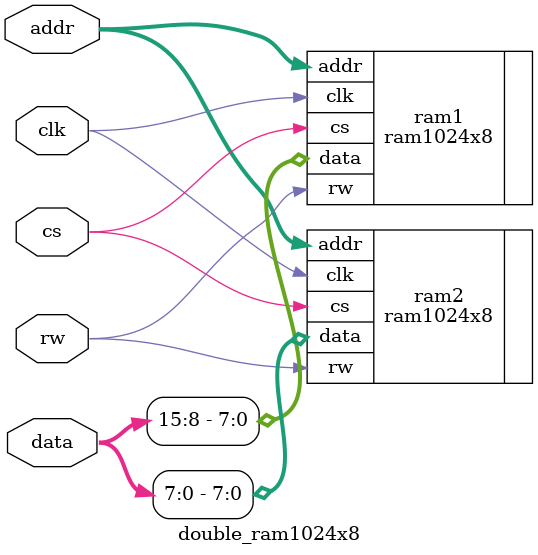
<source format=v>
module double_ram1024x8(input[9:0] addr,
                        input cs,
                        input rw,
                        input clk,
                        inout[15:0] data);

    ram1024x8 ram1(.addr(addr),.cs(cs),.rw(rw),.clk(clk),.data(data[15:8]));
    ram1024x8 ram2(.addr(addr),.cs(cs),.rw(rw),.clk(clk),.data(data[7:0]));

endmodule


/*
     //Test RAM1024x8 and dobule_RAM1024x8
     module ram1024x8_tb;
     reg[9:0] addr;
     reg cs,rw,clk,oe;
     reg[7:0] data1;
     wire[7:0] data_1;
     reg[15:0] data2;
     wire[15:0] data_2;
     integer k,myseed;

     ram1024X8 ram1(.clk(clk),.cs(cs),.rw(rw),.addr(addr),.data(data_1));
     double_ram1024x8 ram2(.clk(clk),.cs(cs),.rw(rw),.addr(addr),.data(data_2));
     assign data_1 = data1; //The port for data must be wire, but to change data value, it has to be reg
     assign data_2 = data2;
     initial begin
     clk    = 0;
     addr   = 0;
     myseed = 24;
     oe     = 0;

     for(k = 0;k< = 30;k = k+1) // Write data in.
     begin
     addr      = k % 1024;
     data2     = k % 64*1024;
     #20 data1 = (2*k) % 256;
     rw        = 1;
     cs        = 1;
     #20 rw    = 0; cs    = 0; // Turning on then turning off.
     end

     data1 = {8{1'bz}};
     data2 = {16{1'bz}};
     //data1 is being used to drive wire data, it should be set to z after usage!

     for(k = 0;k< = 30;k = k+1) //Read the Data out
     begin
     #20 addr = k % 1024;
     rw       = 0;
     cs       = 1;
     $display("Address:%5d,Data:%4d",addr,data_1);
     $display("Address:%5d,Data:%4d",addr,data_2);
     end

     #1000 $finish;
     end

     always #10 clk = ~clk;


     endmodule
     */
</source>
